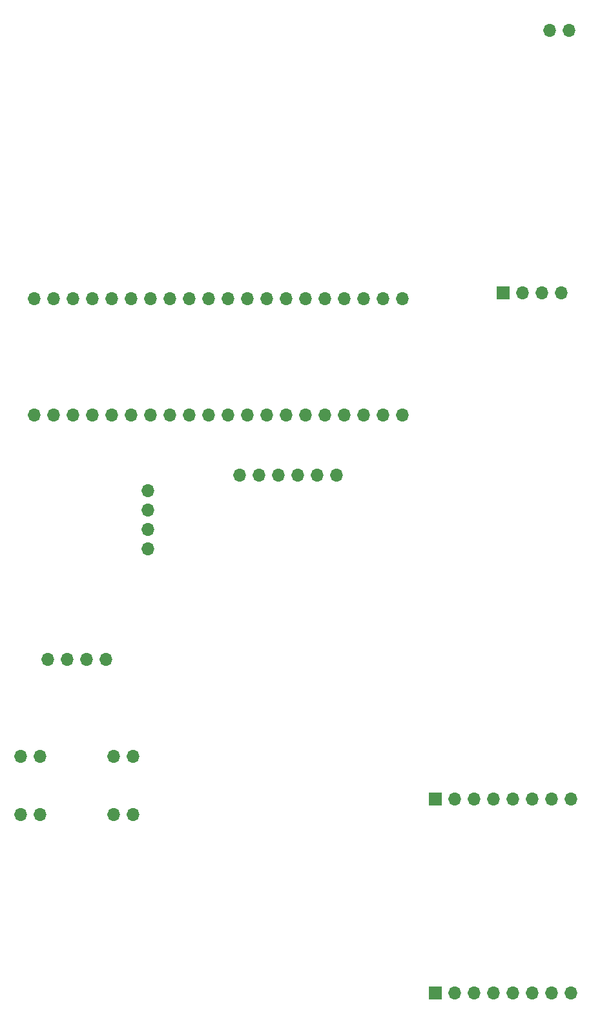
<source format=gbr>
%TF.GenerationSoftware,KiCad,Pcbnew,7.0.7*%
%TF.CreationDate,2023-09-27T10:02:53+02:00*%
%TF.ProjectId,EEE4022S_KiCad,45454534-3032-4325-935f-4b694361642e,rev?*%
%TF.SameCoordinates,Original*%
%TF.FileFunction,Soldermask,Bot*%
%TF.FilePolarity,Negative*%
%FSLAX46Y46*%
G04 Gerber Fmt 4.6, Leading zero omitted, Abs format (unit mm)*
G04 Created by KiCad (PCBNEW 7.0.7) date 2023-09-27 10:02:53*
%MOMM*%
%LPD*%
G01*
G04 APERTURE LIST*
%ADD10O,1.700000X1.700000*%
%ADD11R,1.700000X1.700000*%
G04 APERTURE END LIST*
D10*
%TO.C,U5*%
X49684000Y-108956000D03*
X49684000Y-106416000D03*
X49684000Y-103876000D03*
X49684000Y-101336000D03*
%TD*%
D11*
%TO.C,U3*%
X96262600Y-75410000D03*
D10*
X98802600Y-75410000D03*
X101342600Y-75410000D03*
X103882600Y-75410000D03*
%TD*%
%TO.C,U6*%
X33020000Y-143764000D03*
X35560000Y-143764000D03*
X33020000Y-136144000D03*
X35560000Y-136144000D03*
%TD*%
%TO.C,U4*%
X61722000Y-99314000D03*
X64262000Y-99314000D03*
X66802000Y-99314000D03*
X69342000Y-99314000D03*
X71882000Y-99314000D03*
X74422000Y-99314000D03*
%TD*%
%TO.C,U7*%
X45212000Y-143764000D03*
X47752000Y-143764000D03*
X45212000Y-136144000D03*
X47752000Y-136144000D03*
%TD*%
%TO.C,B1*%
X104944000Y-41072000D03*
X102404000Y-41072000D03*
%TD*%
%TO.C,U1*%
X83058000Y-76200000D03*
X80518000Y-76200000D03*
X77978000Y-76200000D03*
X75438000Y-76200000D03*
X72898000Y-76200000D03*
X70358000Y-76200000D03*
X67818000Y-76200000D03*
X65278000Y-76200000D03*
X62738000Y-76200000D03*
X60198000Y-76200000D03*
X57658000Y-76200000D03*
X55118000Y-76200000D03*
X52578000Y-76200000D03*
X50038000Y-76200000D03*
X47498000Y-76200000D03*
X44958000Y-76200000D03*
X42418000Y-76200000D03*
X39878000Y-76200000D03*
X37338000Y-76200000D03*
X34798000Y-76200000D03*
X83058000Y-91440000D03*
X80518000Y-91440000D03*
X77978000Y-91440000D03*
X75438000Y-91440000D03*
X72898000Y-91440000D03*
X70358000Y-91440000D03*
X67818000Y-91440000D03*
X65278000Y-91440000D03*
X62738000Y-91440000D03*
X60198000Y-91440000D03*
X57658000Y-91440000D03*
X55118000Y-91440000D03*
X52578000Y-91440000D03*
X50038000Y-91440000D03*
X47498000Y-91440000D03*
X44958000Y-91440000D03*
X42418000Y-91440000D03*
X39878000Y-91440000D03*
X37338000Y-91440000D03*
X34798000Y-91440000D03*
%TD*%
%TO.C,U8*%
X36576000Y-123444000D03*
X39116000Y-123444000D03*
X41656000Y-123444000D03*
X44196000Y-123444000D03*
%TD*%
D11*
%TO.C,U2*%
X87376000Y-141732000D03*
D10*
X89916000Y-141732000D03*
X92456000Y-141732000D03*
X94996000Y-141732000D03*
X97536000Y-141732000D03*
X100076000Y-141732000D03*
X102616000Y-141732000D03*
X105156000Y-141732000D03*
D11*
X87376000Y-167132000D03*
D10*
X89916000Y-167132000D03*
X92456000Y-167132000D03*
X94996000Y-167132000D03*
X97536000Y-167132000D03*
X100076000Y-167132000D03*
X102616000Y-167132000D03*
X105156000Y-167132000D03*
%TD*%
M02*

</source>
